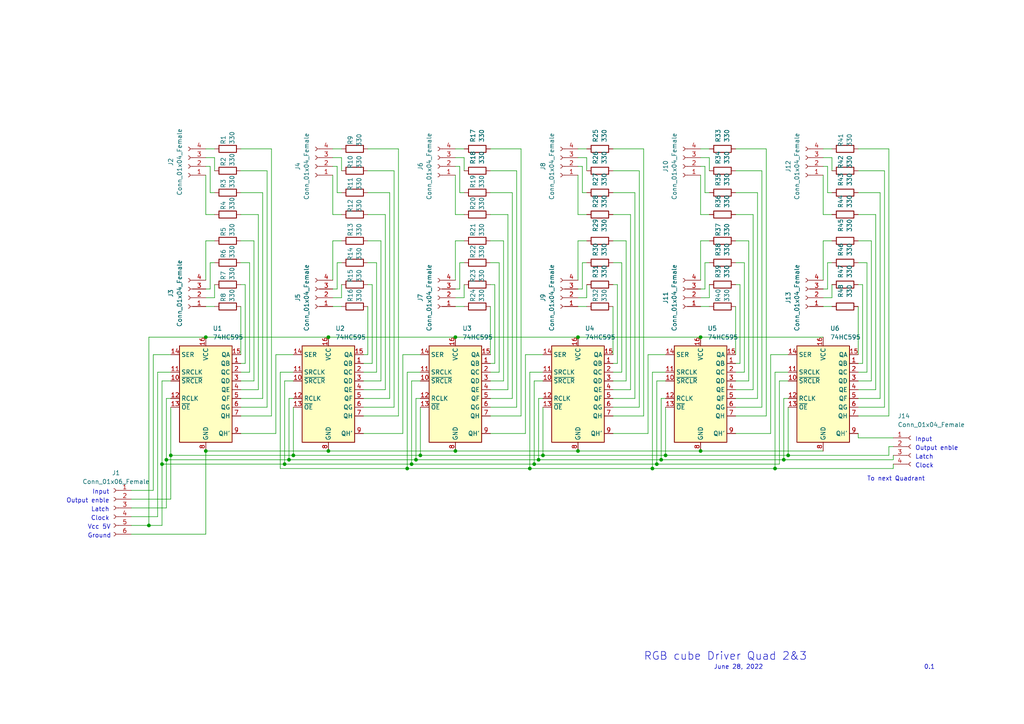
<source format=kicad_sch>
(kicad_sch (version 20211123) (generator eeschema)
  (paper "A4")
  (lib_symbols
    (symbol "74xx:74HC595"
      (property "Reference" "U" (at -7.62 13.97 0))
      (property "Value" "74HC595" (at -7.62 -16.51 0))
      (symbol "74HC595_1_0"
        (pin tri_state line (at 10.16 7.62 180) (length 2.54) (name "QB") (number "1"))
        (pin input line (at -10.16 2.54 0) (length 2.54) (name "~{SRCLR}") (number "10"))
        (pin input line (at -10.16 5.08 0) (length 2.54) (name "SRCLK") (number "11"))
        (pin input line (at -10.16 -2.54 0) (length 2.54) (name "RCLK") (number "12"))
        (pin input line (at -10.16 -5.08 0) (length 2.54) (name "~{OE}") (number "13"))
        (pin input line (at -10.16 10.16 0) (length 2.54) (name "SER") (number "14"))
        (pin tri_state line (at 10.16 10.16 180) (length 2.54) (name "QA") (number "15"))
        (pin power_in line (at 0 15.24 270) (length 2.54) (name "VCC") (number "16"))
        (pin tri_state line (at 10.16 5.08 180) (length 2.54) (name "QC") (number "2"))
        (pin tri_state line (at 10.16 2.54 180) (length 2.54) (name "QD") (number "3"))
        (pin tri_state line (at 10.16 0 180) (length 2.54) (name "QE") (number "4"))
        (pin tri_state line (at 10.16 -2.54 180) (length 2.54) (name "QF") (number "5"))
        (pin tri_state line (at 10.16 -5.08 180) (length 2.54) (name "QG") (number "6"))
        (pin tri_state line (at 10.16 -7.62 180) (length 2.54) (name "QH") (number "7"))
        (pin power_in line (at 0 -17.78 90) (length 2.54) (name "GND") (number "8"))
        (pin output line (at 10.16 -12.7 180) (length 2.54) (name "QH'") (number "9"))
      )
      (symbol "74HC595_1_1"
        (rectangle (start -7.62 12.7) (end 7.62 -15.24) (stroke (width 0.254)) (fill (type background)))
      )
    )
    (symbol "Connector:Conn_01x04_Female" (pin_names (offset 1.016) hide)
      (property "Reference" "J" (at 0 5.08 0))
      (property "Value" "Conn_01x04_Female" (at 0 -7.62 0))
      (symbol "Conn_01x04_Female_1_1"
        (arc (start 0 -4.572) (mid -0.508 -5.08) (end 0 -5.588) (stroke (width 0.1524)))
        (arc (start 0 -2.032) (mid -0.508 -2.54) (end 0 -3.048) (stroke (width 0.1524)))
        (polyline (pts (xy -1.27 -5.08) (xy -0.508 -5.08)) (stroke (width 0.1524)))
        (polyline (pts (xy -1.27 -2.54) (xy -0.508 -2.54)) (stroke (width 0.1524)))
        (polyline (pts (xy -1.27 0) (xy -0.508 0)) (stroke (width 0.1524)))
        (polyline (pts (xy -1.27 2.54) (xy -0.508 2.54)) (stroke (width 0.1524)))
        (arc (start 0 0.508) (mid -0.508 0) (end 0 -0.508) (stroke (width 0.1524)))
        (arc (start 0 3.048) (mid -0.508 2.54) (end 0 2.032) (stroke (width 0.1524)))
        (pin passive line (at -5.08 2.54 0) (length 3.81) (name "Pin_1") (number "1"))
        (pin passive line (at -5.08 0 0) (length 3.81) (name "Pin_2") (number "2"))
        (pin passive line (at -5.08 -2.54 0) (length 3.81) (name "Pin_3") (number "3"))
        (pin passive line (at -5.08 -5.08 0) (length 3.81) (name "Pin_4") (number "4"))
      )
    )
    (symbol "Connector:Conn_01x06_Female" (pin_names (offset 1.016) hide)
      (property "Reference" "J" (at 0 7.62 0))
      (property "Value" "Conn_01x06_Female" (at 0 -10.16 0))
      (symbol "Conn_01x06_Female_1_1"
        (arc (start 0 -7.112) (mid -0.508 -7.62) (end 0 -8.128) (stroke (width 0.1524)))
        (arc (start 0 -4.572) (mid -0.508 -5.08) (end 0 -5.588) (stroke (width 0.1524)))
        (arc (start 0 -2.032) (mid -0.508 -2.54) (end 0 -3.048) (stroke (width 0.1524)))
        (polyline (pts (xy -1.27 -7.62) (xy -0.508 -7.62)) (stroke (width 0.1524)))
        (polyline (pts (xy -1.27 -5.08) (xy -0.508 -5.08)) (stroke (width 0.1524)))
        (polyline (pts (xy -1.27 -2.54) (xy -0.508 -2.54)) (stroke (width 0.1524)))
        (polyline (pts (xy -1.27 0) (xy -0.508 0)) (stroke (width 0.1524)))
        (polyline (pts (xy -1.27 2.54) (xy -0.508 2.54)) (stroke (width 0.1524)))
        (polyline (pts (xy -1.27 5.08) (xy -0.508 5.08)) (stroke (width 0.1524)))
        (arc (start 0 0.508) (mid -0.508 0) (end 0 -0.508) (stroke (width 0.1524)))
        (arc (start 0 3.048) (mid -0.508 2.54) (end 0 2.032) (stroke (width 0.1524)))
        (arc (start 0 5.588) (mid -0.508 5.08) (end 0 4.572) (stroke (width 0.1524)))
        (pin passive line (at -5.08 5.08 0) (length 3.81) (name "Pin_1") (number "1"))
        (pin passive line (at -5.08 2.54 0) (length 3.81) (name "Pin_2") (number "2"))
        (pin passive line (at -5.08 0 0) (length 3.81) (name "Pin_3") (number "3"))
        (pin passive line (at -5.08 -2.54 0) (length 3.81) (name "Pin_4") (number "4"))
        (pin passive line (at -5.08 -5.08 0) (length 3.81) (name "Pin_5") (number "5"))
        (pin passive line (at -5.08 -7.62 0) (length 3.81) (name "Pin_6") (number "6"))
      )
    )
    (symbol "Device:R" (pin_numbers hide) (pin_names (offset 0))
      (property "Reference" "R" (at 2.032 0 90))
      (property "Value" "R" (at 0 0 90))
      (symbol "R_0_1"
        (rectangle (start -1.016 -2.54) (end 1.016 2.54) (stroke (width 0.254)))
      )
      (symbol "R_1_1"
        (pin passive line (at 0 3.81 270) (length 1.27) (name "~") (number "1"))
        (pin passive line (at 0 -3.81 90) (length 1.27) (name "~") (number "2"))
      )
    )
  )
  (junction (at 85.09 132.08))
  (junction (at 189.23 135.89))
  (junction (at 156.21 133.35))
  (junction (at 203.2 97.79))
  (junction (at 190.5 134.62))
  (junction (at 153.67 135.89))
  (junction (at 46.99 134.62))
  (junction (at 228.6 132.08))
  (junction (at 119.38 134.62))
  (junction (at 132.08 97.79))
  (junction (at 49.53 132.08))
  (junction (at 203.2 130.81))
  (junction (at 157.48 132.08))
  (junction (at 118.11 135.89))
  (junction (at 83.82 133.35))
  (junction (at 95.25 97.79))
  (junction (at 43.18 152.4))
  (junction (at 227.33 133.35))
  (junction (at 167.64 97.79))
  (junction (at 191.77 133.35))
  (junction (at 224.79 135.89))
  (junction (at 59.69 97.79))
  (junction (at 95.25 130.81))
  (junction (at 59.69 130.81))
  (junction (at 120.65 133.35))
  (junction (at 48.26 133.35))
  (junction (at 82.55 134.62))
  (junction (at 154.94 134.62))
  (junction (at 167.64 130.81))
  (junction (at 193.04 132.08))
  (junction (at 121.92 132.08))
  (junction (at 132.08 130.81))
  (wire (pts (xy 99.06 45.72) (xy 99.06 49.53)))
  (wire (pts (xy 156.21 115.57) (xy 157.48 115.57)))
  (wire (pts (xy 154.94 134.62) (xy 154.94 110.49)))
  (wire (pts (xy 205.74 45.72) (xy 205.74 49.53)))
  (wire (pts (xy 186.69 43.18) (xy 186.69 120.65)))
  (wire (pts (xy 184.15 115.57) (xy 177.8 115.57)))
  (wire (pts (xy 167.64 45.72) (xy 170.18 45.72)))
  (wire (pts (xy 148.59 55.88) (xy 148.59 115.57)))
  (wire (pts (xy 49.53 144.78) (xy 49.53 132.08)))
  (wire (pts (xy 85.09 132.08) (xy 121.92 132.08)))
  (wire (pts (xy 132.08 97.79) (xy 167.64 97.79)))
  (wire (pts (xy 259.08 134.62) (xy 259.08 135.89)))
  (wire (pts (xy 220.98 49.53) (xy 220.98 118.11)))
  (wire (pts (xy 105.41 118.11) (xy 114.3 118.11)))
  (wire (pts (xy 77.47 49.53) (xy 69.85 49.53)))
  (wire (pts (xy 248.92 113.03) (xy 254 113.03)))
  (wire (pts (xy 97.79 48.26) (xy 97.79 55.88)))
  (wire (pts (xy 59.69 88.9) (xy 62.23 88.9)))
  (wire (pts (xy 132.08 45.72) (xy 134.62 45.72)))
  (wire (pts (xy 118.11 107.95) (xy 121.92 107.95)))
  (wire (pts (xy 219.71 115.57) (xy 213.36 115.57)))
  (wire (pts (xy 81.28 135.89) (xy 81.28 107.95)))
  (wire (pts (xy 59.69 154.94) (xy 59.69 130.81)))
  (wire (pts (xy 78.74 120.65) (xy 78.74 43.18)))
  (wire (pts (xy 149.86 118.11) (xy 142.24 118.11)))
  (wire (pts (xy 147.32 62.23) (xy 147.32 113.03)))
  (wire (pts (xy 149.86 49.53) (xy 142.24 49.53)))
  (wire (pts (xy 133.35 76.2) (xy 134.62 76.2)))
  (wire (pts (xy 106.68 88.9) (xy 106.68 102.87)))
  (wire (pts (xy 96.52 45.72) (xy 99.06 45.72)))
  (wire (pts (xy 69.85 88.9) (xy 69.85 102.87)))
  (wire (pts (xy 257.81 129.54) (xy 257.81 132.08)))
  (wire (pts (xy 189.23 135.89) (xy 224.79 135.89)))
  (wire (pts (xy 73.66 69.85) (xy 69.85 69.85)))
  (wire (pts (xy 144.78 76.2) (xy 142.24 76.2)))
  (wire (pts (xy 193.04 132.08) (xy 228.6 132.08)))
  (wire (pts (xy 105.41 125.73) (xy 116.84 125.73)))
  (wire (pts (xy 167.64 43.18) (xy 170.18 43.18)))
  (wire (pts (xy 205.74 82.55) (xy 205.74 86.36)))
  (wire (pts (xy 147.32 62.23) (xy 142.24 62.23)))
  (wire (pts (xy 241.3 45.72) (xy 241.3 49.53)))
  (wire (pts (xy 203.2 88.9) (xy 205.74 88.9)))
  (wire (pts (xy 189.23 107.95) (xy 193.04 107.95)))
  (wire (pts (xy 238.76 81.28) (xy 238.76 69.85)))
  (wire (pts (xy 186.69 120.65) (xy 177.8 120.65)))
  (wire (pts (xy 114.3 49.53) (xy 106.68 49.53)))
  (wire (pts (xy 59.69 43.18) (xy 62.23 43.18)))
  (wire (pts (xy 215.9 76.2) (xy 213.36 76.2)))
  (wire (pts (xy 59.69 48.26) (xy 60.96 48.26)))
  (wire (pts (xy 132.08 48.26) (xy 133.35 48.26)))
  (wire (pts (xy 134.62 86.36) (xy 132.08 86.36)))
  (wire (pts (xy 62.23 86.36) (xy 59.69 86.36)))
  (wire (pts (xy 83.82 115.57) (xy 85.09 115.57)))
  (wire (pts (xy 109.22 76.2) (xy 106.68 76.2)))
  (wire (pts (xy 227.33 115.57) (xy 227.33 133.35)))
  (wire (pts (xy 49.53 118.11) (xy 49.53 132.08)))
  (wire (pts (xy 44.45 142.24) (xy 44.45 102.87)))
  (wire (pts (xy 213.36 88.9) (xy 213.36 102.87)))
  (wire (pts (xy 241.3 82.55) (xy 241.3 86.36)))
  (wire (pts (xy 204.47 48.26) (xy 204.47 55.88)))
  (wire (pts (xy 38.1 149.86) (xy 45.72 149.86)))
  (wire (pts (xy 114.3 49.53) (xy 114.3 118.11)))
  (wire (pts (xy 217.17 110.49) (xy 213.36 110.49)))
  (wire (pts (xy 105.41 120.65) (xy 115.57 120.65)))
  (wire (pts (xy 48.26 147.32) (xy 48.26 133.35)))
  (wire (pts (xy 143.51 82.55) (xy 143.51 105.41)))
  (wire (pts (xy 203.2 97.79) (xy 238.76 97.79)))
  (wire (pts (xy 134.62 82.55) (xy 134.62 86.36)))
  (wire (pts (xy 154.94 110.49) (xy 157.48 110.49)))
  (wire (pts (xy 224.79 135.89) (xy 259.08 135.89)))
  (wire (pts (xy 238.76 45.72) (xy 241.3 45.72)))
  (wire (pts (xy 109.22 76.2) (xy 109.22 107.95)))
  (wire (pts (xy 115.57 43.18) (xy 115.57 120.65)))
  (wire (pts (xy 146.05 69.85) (xy 142.24 69.85)))
  (wire (pts (xy 191.77 115.57) (xy 191.77 133.35)))
  (wire (pts (xy 147.32 113.03) (xy 142.24 113.03)))
  (wire (pts (xy 82.55 134.62) (xy 82.55 110.49)))
  (wire (pts (xy 227.33 133.35) (xy 259.08 133.35)))
  (wire (pts (xy 116.84 125.73) (xy 116.84 102.87)))
  (wire (pts (xy 191.77 133.35) (xy 227.33 133.35)))
  (wire (pts (xy 167.64 130.81) (xy 203.2 130.81)))
  (wire (pts (xy 248.92 115.57) (xy 255.27 115.57)))
  (wire (pts (xy 97.79 76.2) (xy 99.06 76.2)))
  (wire (pts (xy 248.92 110.49) (xy 252.73 110.49)))
  (wire (pts (xy 240.03 55.88) (xy 241.3 55.88)))
  (wire (pts (xy 133.35 83.82) (xy 133.35 76.2)))
  (wire (pts (xy 118.11 135.89) (xy 153.67 135.89)))
  (wire (pts (xy 156.21 115.57) (xy 156.21 133.35)))
  (wire (pts (xy 59.69 97.79) (xy 95.25 97.79)))
  (wire (pts (xy 132.08 50.8) (xy 132.08 62.23)))
  (wire (pts (xy 167.64 69.85) (xy 170.18 69.85)))
  (wire (pts (xy 254 62.23) (xy 248.92 62.23)))
  (wire (pts (xy 133.35 55.88) (xy 134.62 55.88)))
  (wire (pts (xy 81.28 107.95) (xy 85.09 107.95)))
  (wire (pts (xy 190.5 134.62) (xy 226.06 134.62)))
  (wire (pts (xy 177.8 125.73) (xy 187.96 125.73)))
  (wire (pts (xy 105.41 105.41) (xy 107.95 105.41)))
  (wire (pts (xy 220.98 49.53) (xy 213.36 49.53)))
  (wire (pts (xy 168.91 83.82) (xy 168.91 76.2)))
  (wire (pts (xy 185.42 49.53) (xy 177.8 49.53)))
  (wire (pts (xy 69.85 125.73) (xy 80.01 125.73)))
  (wire (pts (xy 248.92 127) (xy 248.92 125.73)))
  (wire (pts (xy 182.88 113.03) (xy 177.8 113.03)))
  (wire (pts (xy 97.79 55.88) (xy 99.06 55.88)))
  (wire (pts (xy 190.5 110.49) (xy 193.04 110.49)))
  (wire (pts (xy 190.5 134.62) (xy 190.5 110.49)))
  (wire (pts (xy 144.78 76.2) (xy 144.78 107.95)))
  (wire (pts (xy 257.81 43.18) (xy 248.92 43.18)))
  (wire (pts (xy 96.52 48.26) (xy 97.79 48.26)))
  (wire (pts (xy 219.71 55.88) (xy 213.36 55.88)))
  (wire (pts (xy 95.25 130.81) (xy 132.08 130.81)))
  (wire (pts (xy 46.99 134.62) (xy 82.55 134.62)))
  (wire (pts (xy 187.96 102.87) (xy 193.04 102.87)))
  (wire (pts (xy 238.76 50.8) (xy 238.76 62.23)))
  (wire (pts (xy 146.05 69.85) (xy 146.05 110.49)))
  (wire (pts (xy 132.08 69.85) (xy 134.62 69.85)))
  (wire (pts (xy 226.06 134.62) (xy 226.06 110.49)))
  (wire (pts (xy 180.34 76.2) (xy 177.8 76.2)))
  (wire (pts (xy 76.2 115.57) (xy 69.85 115.57)))
  (wire (pts (xy 133.35 48.26) (xy 133.35 55.88)))
  (wire (pts (xy 38.1 147.32) (xy 48.26 147.32)))
  (wire (pts (xy 256.54 118.11) (xy 256.54 49.53)))
  (wire (pts (xy 96.52 83.82) (xy 97.79 83.82)))
  (wire (pts (xy 78.74 120.65) (xy 69.85 120.65)))
  (wire (pts (xy 96.52 81.28) (xy 96.52 69.85)))
  (wire (pts (xy 121.92 132.08) (xy 157.48 132.08)))
  (wire (pts (xy 107.95 82.55) (xy 106.68 82.55)))
  (wire (pts (xy 49.53 102.87) (xy 44.45 102.87)))
  (wire (pts (xy 60.96 76.2) (xy 62.23 76.2)))
  (wire (pts (xy 157.48 118.11) (xy 157.48 132.08)))
  (wire (pts (xy 191.77 115.57) (xy 193.04 115.57)))
  (wire (pts (xy 248.92 107.95) (xy 251.46 107.95)))
  (wire (pts (xy 43.18 152.4) (xy 46.99 152.4)))
  (wire (pts (xy 251.46 76.2) (xy 248.92 76.2)))
  (wire (pts (xy 203.2 62.23) (xy 205.74 62.23)))
  (wire (pts (xy 120.65 133.35) (xy 156.21 133.35)))
  (wire (pts (xy 96.52 43.18) (xy 99.06 43.18)))
  (wire (pts (xy 170.18 86.36) (xy 167.64 86.36)))
  (wire (pts (xy 151.13 43.18) (xy 142.24 43.18)))
  (wire (pts (xy 115.57 43.18) (xy 106.68 43.18)))
  (wire (pts (xy 203.2 48.26) (xy 204.47 48.26)))
  (wire (pts (xy 251.46 107.95) (xy 251.46 76.2)))
  (wire (pts (xy 116.84 102.87) (xy 121.92 102.87)))
  (wire (pts (xy 59.69 62.23) (xy 62.23 62.23)))
  (wire (pts (xy 184.15 55.88) (xy 184.15 115.57)))
  (wire (pts (xy 96.52 50.8) (xy 96.52 62.23)))
  (wire (pts (xy 99.06 86.36) (xy 96.52 86.36)))
  (wire (pts (xy 105.41 113.03) (xy 111.76 113.03)))
  (wire (pts (xy 167.64 48.26) (xy 168.91 48.26)))
  (wire (pts (xy 71.12 82.55) (xy 69.85 82.55)))
  (wire (pts (xy 76.2 115.57) (xy 76.2 55.88)))
  (wire (pts (xy 204.47 83.82) (xy 204.47 76.2)))
  (wire (pts (xy 203.2 45.72) (xy 205.74 45.72)))
  (wire (pts (xy 186.69 43.18) (xy 177.8 43.18)))
  (wire (pts (xy 170.18 82.55) (xy 170.18 86.36)))
  (wire (pts (xy 238.76 48.26) (xy 240.03 48.26)))
  (wire (pts (xy 95.25 97.79) (xy 132.08 97.79)))
  (wire (pts (xy 223.52 102.87) (xy 228.6 102.87)))
  (wire (pts (xy 82.55 134.62) (xy 119.38 134.62)))
  (wire (pts (xy 185.42 49.53) (xy 185.42 118.11)))
  (wire (pts (xy 59.69 83.82) (xy 60.96 83.82)))
  (wire (pts (xy 180.34 76.2) (xy 180.34 107.95)))
  (wire (pts (xy 254 113.03) (xy 254 62.23)))
  (wire (pts (xy 167.64 81.28) (xy 167.64 69.85)))
  (wire (pts (xy 96.52 88.9) (xy 99.06 88.9)))
  (wire (pts (xy 205.74 86.36) (xy 203.2 86.36)))
  (wire (pts (xy 121.92 118.11) (xy 121.92 132.08)))
  (wire (pts (xy 71.12 105.41) (xy 71.12 82.55)))
  (wire (pts (xy 238.76 88.9) (xy 241.3 88.9)))
  (wire (pts (xy 238.76 69.85) (xy 241.3 69.85)))
  (wire (pts (xy 203.2 50.8) (xy 203.2 62.23)))
  (wire (pts (xy 132.08 83.82) (xy 133.35 83.82)))
  (wire (pts (xy 49.53 132.08) (xy 85.09 132.08)))
  (wire (pts (xy 240.03 48.26) (xy 240.03 55.88)))
  (wire (pts (xy 167.64 83.82) (xy 168.91 83.82)))
  (wire (pts (xy 97.79 83.82) (xy 97.79 76.2)))
  (wire (pts (xy 59.69 50.8) (xy 59.69 62.23)))
  (wire (pts (xy 259.08 132.08) (xy 259.08 133.35)))
  (wire (pts (xy 204.47 55.88) (xy 205.74 55.88)))
  (wire (pts (xy 224.79 135.89) (xy 224.79 107.95)))
  (wire (pts (xy 59.69 130.81) (xy 95.25 130.81)))
  (wire (pts (xy 83.82 115.57) (xy 83.82 133.35)))
  (wire (pts (xy 72.39 107.95) (xy 72.39 76.2)))
  (wire (pts (xy 73.66 110.49) (xy 69.85 110.49)))
  (wire (pts (xy 223.52 125.73) (xy 223.52 102.87)))
  (wire (pts (xy 132.08 130.81) (xy 167.64 130.81)))
  (wire (pts (xy 38.1 154.94) (xy 59.69 154.94)))
  (wire (pts (xy 157.48 132.08) (xy 193.04 132.08)))
  (wire (pts (xy 110.49 69.85) (xy 110.49 110.49)))
  (wire (pts (xy 167.64 62.23) (xy 170.18 62.23)))
  (wire (pts (xy 255.27 55.88) (xy 248.92 55.88)))
  (wire (pts (xy 107.95 105.41) (xy 107.95 82.55)))
  (wire (pts (xy 105.41 115.57) (xy 113.03 115.57)))
  (wire (pts (xy 227.33 115.57) (xy 228.6 115.57)))
  (wire (pts (xy 238.76 83.82) (xy 240.03 83.82)))
  (wire (pts (xy 143.51 82.55) (xy 142.24 82.55)))
  (wire (pts (xy 224.79 107.95) (xy 228.6 107.95)))
  (wire (pts (xy 73.66 110.49) (xy 73.66 69.85)))
  (wire (pts (xy 185.42 118.11) (xy 177.8 118.11)))
  (wire (pts (xy 167.64 50.8) (xy 167.64 62.23)))
  (wire (pts (xy 113.03 55.88) (xy 113.03 115.57)))
  (wire (pts (xy 248.92 118.11) (xy 256.54 118.11)))
  (wire (pts (xy 167.64 88.9) (xy 170.18 88.9)))
  (wire (pts (xy 151.13 120.65) (xy 142.24 120.65)))
  (wire (pts (xy 228.6 118.11) (xy 228.6 132.08)))
  (wire (pts (xy 105.41 110.49) (xy 110.49 110.49)))
  (wire (pts (xy 85.09 118.11) (xy 85.09 132.08)))
  (wire (pts (xy 60.96 55.88) (xy 62.23 55.88)))
  (wire (pts (xy 248.92 88.9) (xy 248.92 102.87)))
  (wire (pts (xy 179.07 105.41) (xy 177.8 105.41)))
  (wire (pts (xy 153.67 107.95) (xy 157.48 107.95)))
  (wire (pts (xy 60.96 48.26) (xy 60.96 55.88)))
  (wire (pts (xy 154.94 134.62) (xy 190.5 134.62)))
  (wire (pts (xy 105.41 107.95) (xy 109.22 107.95)))
  (wire (pts (xy 257.81 43.18) (xy 257.81 120.65)))
  (wire (pts (xy 134.62 45.72) (xy 134.62 49.53)))
  (wire (pts (xy 74.93 62.23) (xy 69.85 62.23)))
  (wire (pts (xy 240.03 76.2) (xy 241.3 76.2)))
  (wire (pts (xy 217.17 69.85) (xy 217.17 110.49)))
  (wire (pts (xy 259.08 129.54) (xy 257.81 129.54)))
  (wire (pts (xy 119.38 134.62) (xy 154.94 134.62)))
  (wire (pts (xy 113.03 55.88) (xy 106.68 55.88)))
  (wire (pts (xy 240.03 83.82) (xy 240.03 76.2)))
  (wire (pts (xy 149.86 49.53) (xy 149.86 118.11)))
  (wire (pts (xy 203.2 81.28) (xy 203.2 69.85)))
  (wire (pts (xy 78.74 43.18) (xy 69.85 43.18)))
  (wire (pts (xy 218.44 113.03) (xy 213.36 113.03)))
  (wire (pts (xy 182.88 62.23) (xy 182.88 113.03)))
  (wire (pts (xy 220.98 118.11) (xy 213.36 118.11)))
  (wire (pts (xy 118.11 135.89) (xy 118.11 107.95)))
  (wire (pts (xy 110.49 69.85) (xy 106.68 69.85)))
  (wire (pts (xy 48.26 133.35) (xy 83.82 133.35)))
  (wire (pts (xy 72.39 107.95) (xy 69.85 107.95)))
  (wire (pts (xy 80.01 102.87) (xy 85.09 102.87)))
  (wire (pts (xy 168.91 55.88) (xy 170.18 55.88)))
  (wire (pts (xy 119.38 110.49) (xy 121.92 110.49)))
  (wire (pts (xy 222.25 43.18) (xy 222.25 120.65)))
  (wire (pts (xy 214.63 82.55) (xy 214.63 105.41)))
  (wire (pts (xy 80.01 125.73) (xy 80.01 102.87)))
  (wire (pts (xy 222.25 43.18) (xy 213.36 43.18)))
  (wire (pts (xy 59.69 97.79) (xy 43.18 97.79)))
  (wire (pts (xy 83.82 133.35) (xy 120.65 133.35)))
  (wire (pts (xy 38.1 142.24) (xy 44.45 142.24)))
  (wire (pts (xy 156.21 133.35) (xy 191.77 133.35)))
  (wire (pts (xy 144.78 107.95) (xy 142.24 107.95)))
  (wire (pts (xy 46.99 110.49) (xy 46.99 134.62)))
  (wire (pts (xy 142.24 125.73) (xy 152.4 125.73)))
  (wire (pts (xy 74.93 113.03) (xy 74.93 62.23)))
  (wire (pts (xy 218.44 62.23) (xy 218.44 113.03)))
  (wire (pts (xy 226.06 110.49) (xy 228.6 110.49)))
  (wire (pts (xy 187.96 125.73) (xy 187.96 102.87)))
  (wire (pts (xy 38.1 144.78) (xy 49.53 144.78)))
  (wire (pts (xy 168.91 76.2) (xy 170.18 76.2)))
  (wire (pts (xy 77.47 118.11) (xy 77.47 49.53)))
  (wire (pts (xy 48.26 115.57) (xy 49.53 115.57)))
  (wire (pts (xy 193.04 118.11) (xy 193.04 132.08)))
  (wire (pts (xy 132.08 62.23) (xy 134.62 62.23)))
  (wire (pts (xy 105.41 102.87) (xy 106.68 102.87)))
  (wire (pts (xy 72.39 76.2) (xy 69.85 76.2)))
  (wire (pts (xy 181.61 110.49) (xy 177.8 110.49)))
  (wire (pts (xy 151.13 43.18) (xy 151.13 120.65)))
  (wire (pts (xy 77.47 118.11) (xy 69.85 118.11)))
  (wire (pts (xy 142.24 88.9) (xy 142.24 102.87)))
  (wire (pts (xy 168.91 48.26) (xy 168.91 55.88)))
  (wire (pts (xy 45.72 107.95) (xy 45.72 149.86)))
  (wire (pts (xy 248.92 105.41) (xy 250.19 105.41)))
  (wire (pts (xy 241.3 86.36) (xy 238.76 86.36)))
  (wire (pts (xy 250.19 105.41) (xy 250.19 82.55)))
  (wire (pts (xy 143.51 105.41) (xy 142.24 105.41)))
  (wire (pts (xy 179.07 82.55) (xy 177.8 82.55)))
  (wire (pts (xy 59.69 81.28) (xy 59.69 69.85)))
  (wire (pts (xy 120.65 115.57) (xy 120.65 133.35)))
  (wire (pts (xy 49.53 107.95) (xy 45.72 107.95)))
  (wire (pts (xy 71.12 105.41) (xy 69.85 105.41)))
  (wire (pts (xy 215.9 76.2) (xy 215.9 107.95)))
  (wire (pts (xy 215.9 107.95) (xy 213.36 107.95)))
  (wire (pts (xy 152.4 102.87) (xy 157.48 102.87)))
  (wire (pts (xy 222.25 120.65) (xy 213.36 120.65)))
  (wire (pts (xy 252.73 110.49) (xy 252.73 69.85)))
  (wire (pts (xy 181.61 69.85) (xy 177.8 69.85)))
  (wire (pts (xy 203.2 69.85) (xy 205.74 69.85)))
  (wire (pts (xy 152.4 125.73) (xy 152.4 102.87)))
  (wire (pts (xy 59.69 69.85) (xy 62.23 69.85)))
  (wire (pts (xy 182.88 62.23) (xy 177.8 62.23)))
  (wire (pts (xy 184.15 55.88) (xy 177.8 55.88)))
  (wire (pts (xy 256.54 49.53) (xy 248.92 49.53)))
  (wire (pts (xy 170.18 45.72) (xy 170.18 49.53)))
  (wire (pts (xy 49.53 110.49) (xy 46.99 110.49)))
  (wire (pts (xy 43.18 97.79) (xy 43.18 152.4)))
  (wire (pts (xy 181.61 69.85) (xy 181.61 110.49)))
  (wire (pts (xy 238.76 43.18) (xy 241.3 43.18)))
  (wire (pts (xy 153.67 135.89) (xy 189.23 135.89)))
  (wire (pts (xy 148.59 115.57) (xy 142.24 115.57)))
  (wire (pts (xy 132.08 43.18) (xy 134.62 43.18)))
  (wire (pts (xy 148.59 55.88) (xy 142.24 55.88)))
  (wire (pts (xy 255.27 55.88) (xy 255.27 115.57)))
  (wire (pts (xy 189.23 135.89) (xy 189.23 107.95)))
  (wire (pts (xy 132.08 88.9) (xy 134.62 88.9)))
  (wire (pts (xy 111.76 62.23) (xy 111.76 113.03)))
  (wire (pts (xy 213.36 125.73) (xy 223.52 125.73)))
  (wire (pts (xy 179.07 82.55) (xy 179.07 105.41)))
  (wire (pts (xy 76.2 55.88) (xy 69.85 55.88)))
  (wire (pts (xy 38.1 152.4) (xy 43.18 152.4)))
  (wire (pts (xy 62.23 45.72) (xy 62.23 49.53)))
  (wire (pts (xy 218.44 62.23) (xy 213.36 62.23)))
  (wire (pts (xy 203.2 43.18) (xy 205.74 43.18)))
  (wire (pts (xy 119.38 134.62) (xy 119.38 110.49)))
  (wire (pts (xy 177.8 88.9) (xy 177.8 102.87)))
  (wire (pts (xy 48.26 133.35) (xy 48.26 115.57)))
  (wire (pts (xy 204.47 76.2) (xy 205.74 76.2)))
  (wire (pts (xy 60.96 83.82) (xy 60.96 76.2)))
  (wire (pts (xy 96.52 62.23) (xy 99.06 62.23)))
  (wire (pts (xy 214.63 105.41) (xy 213.36 105.41)))
  (wire (pts (xy 248.92 120.65) (xy 257.81 120.65)))
  (wire (pts (xy 59.69 45.72) (xy 62.23 45.72)))
  (wire (pts (xy 99.06 82.55) (xy 99.06 86.36)))
  (wire (pts (xy 167.64 97.79) (xy 203.2 97.79)))
  (wire (pts (xy 132.08 81.28) (xy 132.08 69.85)))
  (wire (pts (xy 250.19 82.55) (xy 248.92 82.55)))
  (wire (pts (xy 203.2 83.82) (xy 204.47 83.82)))
  (wire (pts (xy 111.76 62.23) (xy 106.68 62.23)))
  (wire (pts (xy 219.71 55.88) (xy 219.71 115.57)))
  (wire (pts (xy 96.52 69.85) (xy 99.06 69.85)))
  (wire (pts (xy 238.76 62.23) (xy 241.3 62.23)))
  (wire (pts (xy 180.34 107.95) (xy 177.8 107.95)))
  (wire (pts (xy 81.28 135.89) (xy 118.11 135.89)))
  (wire (pts (xy 257.81 132.08) (xy 228.6 132.08)))
  (wire (pts (xy 214.63 82.55) (xy 213.36 82.55)))
  (wire (pts (xy 82.55 110.49) (xy 85.09 110.49)))
  (wire (pts (xy 74.93 113.03) (xy 69.85 113.03)))
  (wire (pts (xy 203.2 130.81) (xy 238.76 130.81)))
  (wire (pts (xy 46.99 134.62) (xy 46.99 152.4)))
  (wire (pts (xy 153.67 135.89) (xy 153.67 107.95)))
  (wire (pts (xy 217.17 69.85) (xy 213.36 69.85)))
  (wire (pts (xy 146.05 110.49) (xy 142.24 110.49)))
  (wire (pts (xy 120.65 115.57) (xy 121.92 115.57)))
  (wire (pts (xy 62.23 82.55) (xy 62.23 86.36)))
  (wire (pts (xy 248.92 127) (xy 259.08 127)))
  (wire (pts (xy 252.73 69.85) (xy 248.92 69.85)))
  (text "Vcc 5V" (at 25.4 153.67 0) (effects (font (size 1.27 1.27)) (justify left bottom)))
  (text "Clock" (at 265.43 135.89 0) (effects (font (size 1.27 1.27)) (justify left bottom)))
  (text "Latch" (at 31.75 148.59 180) (effects (font (size 1.27 1.27)) (justify right bottom)))
  (text "RGB cube Driver Quad 2&3" (at 186.69 191.77 0) (effects (font (size 2.27 2.27)) (justify left bottom)))
  (text "Ground" (at 25.4 156.21 0) (effects (font (size 1.27 1.27)) (justify left bottom)))
  (text "0.1" (at 267.97 194.31 0) (effects (font (size 1.27 1.27)) (justify left bottom)))
  (text "Latch" (at 265.43 133.35 0) (effects (font (size 1.27 1.27)) (justify left bottom)))
  (text "Input" (at 265.43 128.27 0) (effects (font (size 1.27 1.27)) (justify left bottom)))
  (text "Input" (at 31.75 143.51 180) (effects (font (size 1.27 1.27)) (justify right bottom)))
  (text "Output enble" (at 31.75 146.05 180) (effects (font (size 1.27 1.27)) (justify right bottom)))
  (text "June 28, 2022" (at 207.01 194.31 0) (effects (font (size 1.27 1.27)) (justify left bottom)))
  (text "Clock" (at 31.75 151.13 180) (effects (font (size 1.27 1.27)) (justify right bottom)))
  (text "Output enble" (at 265.43 130.81 0) (effects (font (size 1.27 1.27)) (justify left bottom)))
  (text "To next Quadrant" (at 251.46 139.7 0) (effects (font (size 1.27 1.27)) (justify left bottom)))
  (symbol (lib_id "Device:R") (at 102.87 82.55 90) (unit 1)
    (property "Reference" "R15" (at 101.6 80.01 0))
    (property "Value" "330" (at 104.14 80.01 0))
  )
  (symbol (lib_id "Device:R") (at 66.04 88.9 90) (unit 1)
    (property "Reference" "R8" (at 64.77 87.63 0) (effects (justify left)))
    (property "Value" "330" (at 67.31 87.63 0) (effects (justify left)))
  )
  (symbol (lib_id "Connector:Conn_01x04_Female") (at 54.61 48.26 180) (unit 1)
    (property "Reference" "J2" (at 49.53 46.99 90))
    (property "Value" "Conn_01x04_Female" (at 52.07 46.99 90))
  )
  (symbol (lib_id "Device:R") (at 245.11 88.9 90) (unit 1)
    (property "Reference" "R48" (at 243.8399 86.36 0) (effects (justify left)))
    (property "Value" "330" (at 246.3799 86.36 0) (effects (justify left)))
  )
  (symbol (lib_id "Device:R") (at 102.87 69.85 90) (unit 1)
    (property "Reference" "R13" (at 101.5999 68.58 0) (effects (justify left)))
    (property "Value" "330" (at 104.14 68.58 0) (effects (justify left)))
  )
  (symbol (lib_id "Device:R") (at 138.43 49.53 90) (unit 1)
    (property "Reference" "R18" (at 137.16 45.72 0))
    (property "Value" "330" (at 139.7 45.72 0))
  )
  (symbol (lib_id "Device:R") (at 245.11 82.55 90) (unit 1)
    (property "Reference" "R47" (at 243.84 78.74 0))
    (property "Value" "330" (at 246.38 78.74 0))
  )
  (symbol (lib_id "Device:R") (at 66.04 55.88 90) (unit 1)
    (property "Reference" "R3" (at 64.77 54.61 0) (effects (justify left)))
    (property "Value" "330" (at 67.31 54.61 0) (effects (justify left)))
  )
  (symbol (lib_id "Connector:Conn_01x04_Female") (at 233.68 86.36 180) (unit 1)
    (property "Reference" "J13" (at 228.6 86.36 90))
    (property "Value" "Conn_01x04_Female" (at 231.14 86.36 90))
  )
  (symbol (lib_id "Device:R") (at 173.99 55.88 90) (unit 1)
    (property "Reference" "R27" (at 172.72 52.07 0))
    (property "Value" "330" (at 175.26 52.07 0))
  )
  (symbol (lib_id "Device:R") (at 102.87 62.23 90) (unit 1)
    (property "Reference" "R12" (at 101.6 59.69 0))
    (property "Value" "330" (at 104.14 59.69 0))
  )
  (symbol (lib_id "Device:R") (at 173.99 82.55 90) (unit 1)
    (property "Reference" "R31" (at 172.72 78.74 0))
    (property "Value" "330" (at 175.26 78.74 0))
  )
  (symbol (lib_id "Device:R") (at 66.04 49.53 90) (unit 1)
    (property "Reference" "R2" (at 64.77 48.26 0) (effects (justify left)))
    (property "Value" "330" (at 67.31 48.26 0) (effects (justify left)))
  )
  (symbol (lib_id "Device:R") (at 138.43 88.9 90) (unit 1)
    (property "Reference" "R24" (at 137.16 87.63 0) (effects (justify left)))
    (property "Value" "330" (at 139.7 87.63 0) (effects (justify left)))
  )
  (symbol (lib_id "Device:R") (at 209.55 76.2 90) (unit 1)
    (property "Reference" "R38" (at 208.28 72.39 0))
    (property "Value" "330" (at 210.82 72.39 0))
  )
  (symbol (lib_id "Connector:Conn_01x04_Female") (at 162.56 48.26 180) (unit 1)
    (property "Reference" "J8" (at 157.48 48.26 90))
    (property "Value" "Conn_01x04_Female" (at 160.02 48.26 90))
  )
  (symbol (lib_id "Device:R") (at 173.99 76.2 90) (unit 1)
    (property "Reference" "R30" (at 172.72 72.39 0))
    (property "Value" "330" (at 175.26 72.39 0))
  )
  (symbol (lib_id "Connector:Conn_01x06_Female") (at 33.02 147.32 0) (mirror y) (unit 1)
    (property "Reference" "J1" (at 33.655 137.16 0))
    (property "Value" "Conn_01x06_Female" (at 33.655 139.7 0))
  )
  (symbol (lib_id "Device:R") (at 102.87 43.18 90) (unit 1)
    (property "Reference" "R9" (at 101.6 40.64 0))
    (property "Value" "330" (at 104.14 40.64 0))
  )
  (symbol (lib_id "Device:R") (at 66.04 43.18 90) (unit 1)
    (property "Reference" "R1" (at 64.77 41.91 0) (effects (justify left)))
    (property "Value" "330" (at 67.31 41.91 0) (effects (justify left)))
  )
  (symbol (lib_id "74xx:74HC595") (at 167.64 113.03 0) (unit 1)
    (property "Reference" "U4" (at 169.6594 95.25 0) (effects (justify left)))
    (property "Value" "74HC595" (at 169.6594 97.79 0) (effects (justify left)))
    (property "Datasheet" "http://www.ti.com/lit/ds/symlink/sn74hc595.pdf" (effects hide))
  )
  (symbol (lib_id "Device:R") (at 173.99 49.53 90) (unit 1)
    (property "Reference" "R26" (at 172.72 45.72 0))
    (property "Value" "330" (at 175.26 45.72 0))
  )
  (symbol (lib_id "Connector:Conn_01x04_Female") (at 91.44 48.26 180) (unit 1)
    (property "Reference" "J4" (at 86.36 48.26 90))
    (property "Value" "Conn_01x04_Female" (at 88.9 48.26 90))
  )
  (symbol (lib_id "Connector:Conn_01x04_Female") (at 162.56 86.36 180) (unit 1)
    (property "Reference" "J9" (at 157.48 86.36 90))
    (property "Value" "Conn_01x04_Female" (at 160.02 86.36 90))
  )
  (symbol (lib_id "Device:R") (at 209.55 55.88 90) (unit 1)
    (property "Reference" "R35" (at 208.28 52.07 0))
    (property "Value" "330" (at 210.82 52.07 0))
  )
  (symbol (lib_id "Device:R") (at 138.43 76.2 90) (unit 1)
    (property "Reference" "R22" (at 137.1599 74.93 0) (effects (justify left)))
    (property "Value" "330" (at 139.6999 74.93 0) (effects (justify left)))
  )
  (symbol (lib_id "Connector:Conn_01x04_Female") (at 233.68 48.26 180) (unit 1)
    (property "Reference" "J12" (at 228.6 48.26 90))
    (property "Value" "Conn_01x04_Female" (at 231.14 48.26 90))
  )
  (symbol (lib_id "Device:R") (at 209.55 88.9 90) (unit 1)
    (property "Reference" "R40" (at 208.28 87.63 0) (effects (justify left)))
    (property "Value" "330" (at 210.82 87.63 0) (effects (justify left)))
  )
  (symbol (lib_id "Device:R") (at 138.43 69.85 90) (unit 1)
    (property "Reference" "R21" (at 137.1599 68.58 0) (effects (justify left)))
    (property "Value" "330" (at 139.7 68.58 0) (effects (justify left)))
  )
  (symbol (lib_id "Device:R") (at 66.04 76.2 90) (unit 1)
    (property "Reference" "R6" (at 64.77 74.93 0) (effects (justify left)))
    (property "Value" "330" (at 67.31 74.93 0) (effects (justify left)))
  )
  (symbol (lib_id "Device:R") (at 173.99 69.85 90) (unit 1)
    (property "Reference" "R29" (at 172.7199 67.31 0) (effects (justify left)))
    (property "Value" "330" (at 175.26 67.31 0) (effects (justify left)))
  )
  (symbol (lib_id "74xx:74HC595") (at 59.69 113.03 0) (unit 1)
    (property "Reference" "U1" (at 61.7094 95.25 0) (effects (justify left)))
    (property "Value" "74HC595" (at 61.7094 97.79 0) (effects (justify left)))
    (property "Datasheet" "http://www.ti.com/lit/ds/symlink/sn74hc595.pdf" (effects hide))
  )
  (symbol (lib_id "74xx:74HC595") (at 132.08 113.03 0) (unit 1)
    (property "Reference" "U3" (at 134.0994 95.25 0) (effects (justify left)))
    (property "Value" "74HC595" (at 134.0994 97.79 0) (effects (justify left)))
    (property "Datasheet" "http://www.ti.com/lit/ds/symlink/sn74hc595.pdf" (effects hide))
  )
  (symbol (lib_id "Connector:Conn_01x04_Female") (at 198.12 86.36 180) (unit 1)
    (property "Reference" "J11" (at 193.04 86.36 90))
    (property "Value" "Conn_01x04_Female" (at 195.58 86.36 90))
  )
  (symbol (lib_id "Device:R") (at 138.43 62.23 90) (unit 1)
    (property "Reference" "R20" (at 137.16 60.96 0) (effects (justify left)))
    (property "Value" "330" (at 139.7 60.96 0) (effects (justify left)))
  )
  (symbol (lib_id "Device:R") (at 209.55 82.55 90) (unit 1)
    (property "Reference" "R39" (at 208.28 78.74 0))
    (property "Value" "330" (at 210.82 78.74 0))
  )
  (symbol (lib_id "Device:R") (at 138.43 55.88 90) (unit 1)
    (property "Reference" "R19" (at 137.16 54.61 0) (effects (justify left)))
    (property "Value" "330" (at 139.7 54.61 0) (effects (justify left)))
  )
  (symbol (lib_id "74xx:74HC595") (at 238.76 113.03 0) (unit 1)
    (property "Reference" "U6" (at 240.7794 95.25 0) (effects (justify left)))
    (property "Value" "74HC595" (at 240.7794 97.79 0) (effects (justify left)))
    (property "Datasheet" "http://www.ti.com/lit/ds/symlink/sn74hc595.pdf" (effects hide))
  )
  (symbol (lib_id "Device:R") (at 173.99 62.23 90) (unit 1)
    (property "Reference" "R28" (at 172.72 58.42 0))
    (property "Value" "330" (at 175.26 58.42 0))
  )
  (symbol (lib_id "Device:R") (at 102.87 55.88 90) (unit 1)
    (property "Reference" "R11" (at 101.6 53.34 0))
    (property "Value" "330" (at 104.14 53.34 0))
  )
  (symbol (lib_id "Device:R") (at 138.43 43.18 90) (unit 1)
    (property "Reference" "R17" (at 137.16 39.37 0))
    (property "Value" "330" (at 139.7 39.37 0))
  )
  (symbol (lib_id "Device:R") (at 102.87 49.53 90) (unit 1)
    (property "Reference" "R10" (at 101.6 46.99 0))
    (property "Value" "330" (at 104.14 46.99 0))
  )
  (symbol (lib_id "Connector:Conn_01x04_Female") (at 198.12 48.26 180) (unit 1)
    (property "Reference" "J10" (at 193.04 48.26 90))
    (property "Value" "Conn_01x04_Female" (at 195.58 48.26 90))
  )
  (symbol (lib_id "Connector:Conn_01x04_Female") (at 127 86.36 180) (unit 1)
    (property "Reference" "J7" (at 121.92 86.36 90))
    (property "Value" "Conn_01x04_Female" (at 124.46 86.36 90))
  )
  (symbol (lib_id "Device:R") (at 209.55 43.18 90) (unit 1)
    (property "Reference" "R33" (at 208.28 39.37 0))
    (property "Value" "330" (at 210.82 39.37 0))
  )
  (symbol (lib_id "Device:R") (at 66.04 69.85 90) (unit 1)
    (property "Reference" "R5" (at 64.7699 68.58 0) (effects (justify left)))
    (property "Value" "330" (at 67.31 68.58 0) (effects (justify left)))
  )
  (symbol (lib_id "Device:R") (at 245.11 43.18 90) (unit 1)
    (property "Reference" "R41" (at 243.84 40.64 0))
    (property "Value" "330" (at 246.38 40.64 0))
  )
  (symbol (lib_id "Device:R") (at 173.99 88.9 90) (unit 1)
    (property "Reference" "R32" (at 172.72 87.63 0) (effects (justify left)))
    (property "Value" "330" (at 175.26 87.63 0) (effects (justify left)))
  )
  (symbol (lib_id "74xx:74HC595") (at 95.25 113.03 0) (unit 1)
    (property "Reference" "U2" (at 97.2694 95.25 0) (effects (justify left)))
    (property "Value" "74HC595" (at 97.2694 97.79 0) (effects (justify left)))
    (property "Datasheet" "http://www.ti.com/lit/ds/symlink/sn74hc595.pdf" (effects hide))
  )
  (symbol (lib_id "Device:R") (at 245.11 49.53 90) (unit 1)
    (property "Reference" "R42" (at 243.84 46.99 0))
    (property "Value" "330" (at 246.38 46.99 0))
  )
  (symbol (lib_id "Connector:Conn_01x04_Female") (at 127 48.26 180) (unit 1)
    (property "Reference" "J6" (at 121.92 48.26 90))
    (property "Value" "Conn_01x04_Female" (at 124.46 48.26 90))
  )
  (symbol (lib_id "Device:R") (at 209.55 62.23 90) (unit 1)
    (property "Reference" "R36" (at 208.28 58.42 0))
    (property "Value" "330" (at 210.82 58.42 0))
  )
  (symbol (lib_id "Device:R") (at 209.55 69.85 90) (unit 1)
    (property "Reference" "R37" (at 208.2799 68.58 0) (effects (justify left)))
    (property "Value" "330" (at 210.82 68.58 0) (effects (justify left)))
  )
  (symbol (lib_id "Device:R") (at 173.99 43.18 90) (unit 1)
    (property "Reference" "R25" (at 172.72 39.37 0))
    (property "Value" "330" (at 175.26 39.37 0))
  )
  (symbol (lib_id "Connector:Conn_01x04_Female") (at 54.61 86.36 180) (unit 1)
    (property "Reference" "J3" (at 49.53 85.09 90))
    (property "Value" "Conn_01x04_Female" (at 52.07 85.09 90))
  )
  (symbol (lib_id "Device:R") (at 245.11 69.85 90) (unit 1)
    (property "Reference" "R45" (at 243.8399 67.31 0) (effects (justify left)))
    (property "Value" "330" (at 246.38 67.31 0) (effects (justify left)))
  )
  (symbol (lib_id "Device:R") (at 102.87 76.2 90) (unit 1)
    (property "Reference" "R14" (at 101.6 73.66 0))
    (property "Value" "330" (at 104.14 73.66 0))
  )
  (symbol (lib_id "Connector:Conn_01x04_Female") (at 264.16 129.54 0) (unit 1)
    (property "Reference" "J14" (at 260.35 120.65 0) (effects (justify left)))
    (property "Value" "Conn_01x04_Female" (at 260.35 123.19 0) (effects (justify left)))
  )
  (symbol (lib_id "Device:R") (at 209.55 49.53 90) (unit 1)
    (property "Reference" "R34" (at 208.28 45.72 0))
    (property "Value" "330" (at 210.82 45.72 0))
  )
  (symbol (lib_id "Device:R") (at 102.87 88.9 90) (unit 1)
    (property "Reference" "R16" (at 101.6 87.63 0) (effects (justify left)))
    (property "Value" "330" (at 104.14 87.63 0) (effects (justify left)))
  )
  (symbol (lib_id "74xx:74HC595") (at 203.2 113.03 0) (unit 1)
    (property "Reference" "U5" (at 205.2194 95.25 0) (effects (justify left)))
    (property "Value" "74HC595" (at 205.2194 97.79 0) (effects (justify left)))
    (property "Datasheet" "http://www.ti.com/lit/ds/symlink/sn74hc595.pdf" (effects hide))
  )
  (symbol (lib_id "Device:R") (at 245.11 76.2 90) (unit 1)
    (property "Reference" "R46" (at 243.84 72.39 0))
    (property "Value" "330" (at 246.38 72.39 0))
  )
  (symbol (lib_id "Device:R") (at 66.04 82.55 90) (unit 1)
    (property "Reference" "R7" (at 64.77 81.28 0) (effects (justify left)))
    (property "Value" "330" (at 67.31 81.28 0) (effects (justify left)))
  )
  (symbol (lib_id "Device:R") (at 245.11 55.88 90) (unit 1)
    (property "Reference" "R43" (at 243.84 52.07 0))
    (property "Value" "330" (at 246.38 52.07 0))
  )
  (symbol (lib_id "Connector:Conn_01x04_Female") (at 91.44 86.36 180) (unit 1)
    (property "Reference" "J5" (at 86.36 86.36 90))
    (property "Value" "Conn_01x04_Female" (at 88.9 86.36 90))
  )
  (symbol (lib_id "Device:R") (at 66.04 62.23 90) (unit 1)
    (property "Reference" "R4" (at 64.77 60.96 0) (effects (justify left)))
    (property "Value" "330" (at 67.31 60.96 0) (effects (justify left)))
  )
  (symbol (lib_id "Device:R") (at 138.43 82.55 90) (unit 1)
    (property "Reference" "R23" (at 137.16 80.01 0))
    (property "Value" "330" (at 139.7 80.01 0))
  )
  (symbol (lib_id "Device:R") (at 245.11 62.23 90) (unit 1)
    (property "Reference" "R44" (at 243.84 58.42 0))
    (property "Value" "330" (at 246.38 58.42 0))
  )
)
</source>
